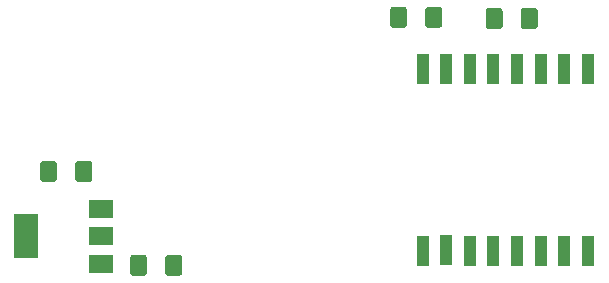
<source format=gbr>
G04 #@! TF.GenerationSoftware,KiCad,Pcbnew,5.0.2-bee76a0~70~ubuntu18.10.1*
G04 #@! TF.CreationDate,2019-05-18T18:43:21+02:00*
G04 #@! TF.ProjectId,interruptor,696e7465-7272-4757-9074-6f722e6b6963,rev?*
G04 #@! TF.SameCoordinates,Original*
G04 #@! TF.FileFunction,Paste,Top*
G04 #@! TF.FilePolarity,Positive*
%FSLAX46Y46*%
G04 Gerber Fmt 4.6, Leading zero omitted, Abs format (unit mm)*
G04 Created by KiCad (PCBNEW 5.0.2-bee76a0~70~ubuntu18.10.1) date sáb 18 may 2019 18:43:21 CEST*
%MOMM*%
%LPD*%
G01*
G04 APERTURE LIST*
%ADD10R,2.000000X3.800000*%
%ADD11R,2.000000X1.500000*%
%ADD12C,0.100000*%
%ADD13C,1.425000*%
%ADD14R,1.100000X2.500000*%
G04 APERTURE END LIST*
D10*
G04 #@! TO.C,U2*
X86800000Y-113700000D03*
D11*
X93100000Y-113700000D03*
X93100000Y-111400000D03*
X93100000Y-116000000D03*
G04 #@! TD*
D12*
G04 #@! TO.C,C1*
G36*
X89169504Y-107330204D02*
X89193773Y-107333804D01*
X89217571Y-107339765D01*
X89240671Y-107348030D01*
X89262849Y-107358520D01*
X89283893Y-107371133D01*
X89303598Y-107385747D01*
X89321777Y-107402223D01*
X89338253Y-107420402D01*
X89352867Y-107440107D01*
X89365480Y-107461151D01*
X89375970Y-107483329D01*
X89384235Y-107506429D01*
X89390196Y-107530227D01*
X89393796Y-107554496D01*
X89395000Y-107579000D01*
X89395000Y-108829000D01*
X89393796Y-108853504D01*
X89390196Y-108877773D01*
X89384235Y-108901571D01*
X89375970Y-108924671D01*
X89365480Y-108946849D01*
X89352867Y-108967893D01*
X89338253Y-108987598D01*
X89321777Y-109005777D01*
X89303598Y-109022253D01*
X89283893Y-109036867D01*
X89262849Y-109049480D01*
X89240671Y-109059970D01*
X89217571Y-109068235D01*
X89193773Y-109074196D01*
X89169504Y-109077796D01*
X89145000Y-109079000D01*
X88220000Y-109079000D01*
X88195496Y-109077796D01*
X88171227Y-109074196D01*
X88147429Y-109068235D01*
X88124329Y-109059970D01*
X88102151Y-109049480D01*
X88081107Y-109036867D01*
X88061402Y-109022253D01*
X88043223Y-109005777D01*
X88026747Y-108987598D01*
X88012133Y-108967893D01*
X87999520Y-108946849D01*
X87989030Y-108924671D01*
X87980765Y-108901571D01*
X87974804Y-108877773D01*
X87971204Y-108853504D01*
X87970000Y-108829000D01*
X87970000Y-107579000D01*
X87971204Y-107554496D01*
X87974804Y-107530227D01*
X87980765Y-107506429D01*
X87989030Y-107483329D01*
X87999520Y-107461151D01*
X88012133Y-107440107D01*
X88026747Y-107420402D01*
X88043223Y-107402223D01*
X88061402Y-107385747D01*
X88081107Y-107371133D01*
X88102151Y-107358520D01*
X88124329Y-107348030D01*
X88147429Y-107339765D01*
X88171227Y-107333804D01*
X88195496Y-107330204D01*
X88220000Y-107329000D01*
X89145000Y-107329000D01*
X89169504Y-107330204D01*
X89169504Y-107330204D01*
G37*
D13*
X88682500Y-108204000D03*
D12*
G36*
X92144504Y-107330204D02*
X92168773Y-107333804D01*
X92192571Y-107339765D01*
X92215671Y-107348030D01*
X92237849Y-107358520D01*
X92258893Y-107371133D01*
X92278598Y-107385747D01*
X92296777Y-107402223D01*
X92313253Y-107420402D01*
X92327867Y-107440107D01*
X92340480Y-107461151D01*
X92350970Y-107483329D01*
X92359235Y-107506429D01*
X92365196Y-107530227D01*
X92368796Y-107554496D01*
X92370000Y-107579000D01*
X92370000Y-108829000D01*
X92368796Y-108853504D01*
X92365196Y-108877773D01*
X92359235Y-108901571D01*
X92350970Y-108924671D01*
X92340480Y-108946849D01*
X92327867Y-108967893D01*
X92313253Y-108987598D01*
X92296777Y-109005777D01*
X92278598Y-109022253D01*
X92258893Y-109036867D01*
X92237849Y-109049480D01*
X92215671Y-109059970D01*
X92192571Y-109068235D01*
X92168773Y-109074196D01*
X92144504Y-109077796D01*
X92120000Y-109079000D01*
X91195000Y-109079000D01*
X91170496Y-109077796D01*
X91146227Y-109074196D01*
X91122429Y-109068235D01*
X91099329Y-109059970D01*
X91077151Y-109049480D01*
X91056107Y-109036867D01*
X91036402Y-109022253D01*
X91018223Y-109005777D01*
X91001747Y-108987598D01*
X90987133Y-108967893D01*
X90974520Y-108946849D01*
X90964030Y-108924671D01*
X90955765Y-108901571D01*
X90949804Y-108877773D01*
X90946204Y-108853504D01*
X90945000Y-108829000D01*
X90945000Y-107579000D01*
X90946204Y-107554496D01*
X90949804Y-107530227D01*
X90955765Y-107506429D01*
X90964030Y-107483329D01*
X90974520Y-107461151D01*
X90987133Y-107440107D01*
X91001747Y-107420402D01*
X91018223Y-107402223D01*
X91036402Y-107385747D01*
X91056107Y-107371133D01*
X91077151Y-107358520D01*
X91099329Y-107348030D01*
X91122429Y-107339765D01*
X91146227Y-107333804D01*
X91170496Y-107330204D01*
X91195000Y-107329000D01*
X92120000Y-107329000D01*
X92144504Y-107330204D01*
X92144504Y-107330204D01*
G37*
D13*
X91657500Y-108204000D03*
G04 #@! TD*
D12*
G04 #@! TO.C,C2*
G36*
X96787004Y-115276204D02*
X96811273Y-115279804D01*
X96835071Y-115285765D01*
X96858171Y-115294030D01*
X96880349Y-115304520D01*
X96901393Y-115317133D01*
X96921098Y-115331747D01*
X96939277Y-115348223D01*
X96955753Y-115366402D01*
X96970367Y-115386107D01*
X96982980Y-115407151D01*
X96993470Y-115429329D01*
X97001735Y-115452429D01*
X97007696Y-115476227D01*
X97011296Y-115500496D01*
X97012500Y-115525000D01*
X97012500Y-116775000D01*
X97011296Y-116799504D01*
X97007696Y-116823773D01*
X97001735Y-116847571D01*
X96993470Y-116870671D01*
X96982980Y-116892849D01*
X96970367Y-116913893D01*
X96955753Y-116933598D01*
X96939277Y-116951777D01*
X96921098Y-116968253D01*
X96901393Y-116982867D01*
X96880349Y-116995480D01*
X96858171Y-117005970D01*
X96835071Y-117014235D01*
X96811273Y-117020196D01*
X96787004Y-117023796D01*
X96762500Y-117025000D01*
X95837500Y-117025000D01*
X95812996Y-117023796D01*
X95788727Y-117020196D01*
X95764929Y-117014235D01*
X95741829Y-117005970D01*
X95719651Y-116995480D01*
X95698607Y-116982867D01*
X95678902Y-116968253D01*
X95660723Y-116951777D01*
X95644247Y-116933598D01*
X95629633Y-116913893D01*
X95617020Y-116892849D01*
X95606530Y-116870671D01*
X95598265Y-116847571D01*
X95592304Y-116823773D01*
X95588704Y-116799504D01*
X95587500Y-116775000D01*
X95587500Y-115525000D01*
X95588704Y-115500496D01*
X95592304Y-115476227D01*
X95598265Y-115452429D01*
X95606530Y-115429329D01*
X95617020Y-115407151D01*
X95629633Y-115386107D01*
X95644247Y-115366402D01*
X95660723Y-115348223D01*
X95678902Y-115331747D01*
X95698607Y-115317133D01*
X95719651Y-115304520D01*
X95741829Y-115294030D01*
X95764929Y-115285765D01*
X95788727Y-115279804D01*
X95812996Y-115276204D01*
X95837500Y-115275000D01*
X96762500Y-115275000D01*
X96787004Y-115276204D01*
X96787004Y-115276204D01*
G37*
D13*
X96300000Y-116150000D03*
D12*
G36*
X99762004Y-115276204D02*
X99786273Y-115279804D01*
X99810071Y-115285765D01*
X99833171Y-115294030D01*
X99855349Y-115304520D01*
X99876393Y-115317133D01*
X99896098Y-115331747D01*
X99914277Y-115348223D01*
X99930753Y-115366402D01*
X99945367Y-115386107D01*
X99957980Y-115407151D01*
X99968470Y-115429329D01*
X99976735Y-115452429D01*
X99982696Y-115476227D01*
X99986296Y-115500496D01*
X99987500Y-115525000D01*
X99987500Y-116775000D01*
X99986296Y-116799504D01*
X99982696Y-116823773D01*
X99976735Y-116847571D01*
X99968470Y-116870671D01*
X99957980Y-116892849D01*
X99945367Y-116913893D01*
X99930753Y-116933598D01*
X99914277Y-116951777D01*
X99896098Y-116968253D01*
X99876393Y-116982867D01*
X99855349Y-116995480D01*
X99833171Y-117005970D01*
X99810071Y-117014235D01*
X99786273Y-117020196D01*
X99762004Y-117023796D01*
X99737500Y-117025000D01*
X98812500Y-117025000D01*
X98787996Y-117023796D01*
X98763727Y-117020196D01*
X98739929Y-117014235D01*
X98716829Y-117005970D01*
X98694651Y-116995480D01*
X98673607Y-116982867D01*
X98653902Y-116968253D01*
X98635723Y-116951777D01*
X98619247Y-116933598D01*
X98604633Y-116913893D01*
X98592020Y-116892849D01*
X98581530Y-116870671D01*
X98573265Y-116847571D01*
X98567304Y-116823773D01*
X98563704Y-116799504D01*
X98562500Y-116775000D01*
X98562500Y-115525000D01*
X98563704Y-115500496D01*
X98567304Y-115476227D01*
X98573265Y-115452429D01*
X98581530Y-115429329D01*
X98592020Y-115407151D01*
X98604633Y-115386107D01*
X98619247Y-115366402D01*
X98635723Y-115348223D01*
X98653902Y-115331747D01*
X98673607Y-115317133D01*
X98694651Y-115304520D01*
X98716829Y-115294030D01*
X98739929Y-115285765D01*
X98763727Y-115279804D01*
X98787996Y-115276204D01*
X98812500Y-115275000D01*
X99737500Y-115275000D01*
X99762004Y-115276204D01*
X99762004Y-115276204D01*
G37*
D13*
X99275000Y-116150000D03*
G04 #@! TD*
D14*
G04 #@! TO.C,U3*
X134350000Y-99550000D03*
X132350000Y-99550000D03*
X130350000Y-99550000D03*
X128350000Y-99550000D03*
X126350000Y-99550000D03*
X124350000Y-99550000D03*
X122350000Y-99550000D03*
X120350000Y-99550000D03*
X120350000Y-114950000D03*
X122350000Y-114850000D03*
X124350000Y-114950000D03*
X126350000Y-114950000D03*
X128350000Y-114950000D03*
X130350000Y-114950000D03*
X132350000Y-114950000D03*
X134350000Y-114950000D03*
G04 #@! TD*
D12*
G04 #@! TO.C,R4*
G36*
X118799504Y-94276204D02*
X118823773Y-94279804D01*
X118847571Y-94285765D01*
X118870671Y-94294030D01*
X118892849Y-94304520D01*
X118913893Y-94317133D01*
X118933598Y-94331747D01*
X118951777Y-94348223D01*
X118968253Y-94366402D01*
X118982867Y-94386107D01*
X118995480Y-94407151D01*
X119005970Y-94429329D01*
X119014235Y-94452429D01*
X119020196Y-94476227D01*
X119023796Y-94500496D01*
X119025000Y-94525000D01*
X119025000Y-95775000D01*
X119023796Y-95799504D01*
X119020196Y-95823773D01*
X119014235Y-95847571D01*
X119005970Y-95870671D01*
X118995480Y-95892849D01*
X118982867Y-95913893D01*
X118968253Y-95933598D01*
X118951777Y-95951777D01*
X118933598Y-95968253D01*
X118913893Y-95982867D01*
X118892849Y-95995480D01*
X118870671Y-96005970D01*
X118847571Y-96014235D01*
X118823773Y-96020196D01*
X118799504Y-96023796D01*
X118775000Y-96025000D01*
X117850000Y-96025000D01*
X117825496Y-96023796D01*
X117801227Y-96020196D01*
X117777429Y-96014235D01*
X117754329Y-96005970D01*
X117732151Y-95995480D01*
X117711107Y-95982867D01*
X117691402Y-95968253D01*
X117673223Y-95951777D01*
X117656747Y-95933598D01*
X117642133Y-95913893D01*
X117629520Y-95892849D01*
X117619030Y-95870671D01*
X117610765Y-95847571D01*
X117604804Y-95823773D01*
X117601204Y-95799504D01*
X117600000Y-95775000D01*
X117600000Y-94525000D01*
X117601204Y-94500496D01*
X117604804Y-94476227D01*
X117610765Y-94452429D01*
X117619030Y-94429329D01*
X117629520Y-94407151D01*
X117642133Y-94386107D01*
X117656747Y-94366402D01*
X117673223Y-94348223D01*
X117691402Y-94331747D01*
X117711107Y-94317133D01*
X117732151Y-94304520D01*
X117754329Y-94294030D01*
X117777429Y-94285765D01*
X117801227Y-94279804D01*
X117825496Y-94276204D01*
X117850000Y-94275000D01*
X118775000Y-94275000D01*
X118799504Y-94276204D01*
X118799504Y-94276204D01*
G37*
D13*
X118312500Y-95150000D03*
D12*
G36*
X121774504Y-94276204D02*
X121798773Y-94279804D01*
X121822571Y-94285765D01*
X121845671Y-94294030D01*
X121867849Y-94304520D01*
X121888893Y-94317133D01*
X121908598Y-94331747D01*
X121926777Y-94348223D01*
X121943253Y-94366402D01*
X121957867Y-94386107D01*
X121970480Y-94407151D01*
X121980970Y-94429329D01*
X121989235Y-94452429D01*
X121995196Y-94476227D01*
X121998796Y-94500496D01*
X122000000Y-94525000D01*
X122000000Y-95775000D01*
X121998796Y-95799504D01*
X121995196Y-95823773D01*
X121989235Y-95847571D01*
X121980970Y-95870671D01*
X121970480Y-95892849D01*
X121957867Y-95913893D01*
X121943253Y-95933598D01*
X121926777Y-95951777D01*
X121908598Y-95968253D01*
X121888893Y-95982867D01*
X121867849Y-95995480D01*
X121845671Y-96005970D01*
X121822571Y-96014235D01*
X121798773Y-96020196D01*
X121774504Y-96023796D01*
X121750000Y-96025000D01*
X120825000Y-96025000D01*
X120800496Y-96023796D01*
X120776227Y-96020196D01*
X120752429Y-96014235D01*
X120729329Y-96005970D01*
X120707151Y-95995480D01*
X120686107Y-95982867D01*
X120666402Y-95968253D01*
X120648223Y-95951777D01*
X120631747Y-95933598D01*
X120617133Y-95913893D01*
X120604520Y-95892849D01*
X120594030Y-95870671D01*
X120585765Y-95847571D01*
X120579804Y-95823773D01*
X120576204Y-95799504D01*
X120575000Y-95775000D01*
X120575000Y-94525000D01*
X120576204Y-94500496D01*
X120579804Y-94476227D01*
X120585765Y-94452429D01*
X120594030Y-94429329D01*
X120604520Y-94407151D01*
X120617133Y-94386107D01*
X120631747Y-94366402D01*
X120648223Y-94348223D01*
X120666402Y-94331747D01*
X120686107Y-94317133D01*
X120707151Y-94304520D01*
X120729329Y-94294030D01*
X120752429Y-94285765D01*
X120776227Y-94279804D01*
X120800496Y-94276204D01*
X120825000Y-94275000D01*
X121750000Y-94275000D01*
X121774504Y-94276204D01*
X121774504Y-94276204D01*
G37*
D13*
X121287500Y-95150000D03*
G04 #@! TD*
D12*
G04 #@! TO.C,R5*
G36*
X126899504Y-94376204D02*
X126923773Y-94379804D01*
X126947571Y-94385765D01*
X126970671Y-94394030D01*
X126992849Y-94404520D01*
X127013893Y-94417133D01*
X127033598Y-94431747D01*
X127051777Y-94448223D01*
X127068253Y-94466402D01*
X127082867Y-94486107D01*
X127095480Y-94507151D01*
X127105970Y-94529329D01*
X127114235Y-94552429D01*
X127120196Y-94576227D01*
X127123796Y-94600496D01*
X127125000Y-94625000D01*
X127125000Y-95875000D01*
X127123796Y-95899504D01*
X127120196Y-95923773D01*
X127114235Y-95947571D01*
X127105970Y-95970671D01*
X127095480Y-95992849D01*
X127082867Y-96013893D01*
X127068253Y-96033598D01*
X127051777Y-96051777D01*
X127033598Y-96068253D01*
X127013893Y-96082867D01*
X126992849Y-96095480D01*
X126970671Y-96105970D01*
X126947571Y-96114235D01*
X126923773Y-96120196D01*
X126899504Y-96123796D01*
X126875000Y-96125000D01*
X125950000Y-96125000D01*
X125925496Y-96123796D01*
X125901227Y-96120196D01*
X125877429Y-96114235D01*
X125854329Y-96105970D01*
X125832151Y-96095480D01*
X125811107Y-96082867D01*
X125791402Y-96068253D01*
X125773223Y-96051777D01*
X125756747Y-96033598D01*
X125742133Y-96013893D01*
X125729520Y-95992849D01*
X125719030Y-95970671D01*
X125710765Y-95947571D01*
X125704804Y-95923773D01*
X125701204Y-95899504D01*
X125700000Y-95875000D01*
X125700000Y-94625000D01*
X125701204Y-94600496D01*
X125704804Y-94576227D01*
X125710765Y-94552429D01*
X125719030Y-94529329D01*
X125729520Y-94507151D01*
X125742133Y-94486107D01*
X125756747Y-94466402D01*
X125773223Y-94448223D01*
X125791402Y-94431747D01*
X125811107Y-94417133D01*
X125832151Y-94404520D01*
X125854329Y-94394030D01*
X125877429Y-94385765D01*
X125901227Y-94379804D01*
X125925496Y-94376204D01*
X125950000Y-94375000D01*
X126875000Y-94375000D01*
X126899504Y-94376204D01*
X126899504Y-94376204D01*
G37*
D13*
X126412500Y-95250000D03*
D12*
G36*
X129874504Y-94376204D02*
X129898773Y-94379804D01*
X129922571Y-94385765D01*
X129945671Y-94394030D01*
X129967849Y-94404520D01*
X129988893Y-94417133D01*
X130008598Y-94431747D01*
X130026777Y-94448223D01*
X130043253Y-94466402D01*
X130057867Y-94486107D01*
X130070480Y-94507151D01*
X130080970Y-94529329D01*
X130089235Y-94552429D01*
X130095196Y-94576227D01*
X130098796Y-94600496D01*
X130100000Y-94625000D01*
X130100000Y-95875000D01*
X130098796Y-95899504D01*
X130095196Y-95923773D01*
X130089235Y-95947571D01*
X130080970Y-95970671D01*
X130070480Y-95992849D01*
X130057867Y-96013893D01*
X130043253Y-96033598D01*
X130026777Y-96051777D01*
X130008598Y-96068253D01*
X129988893Y-96082867D01*
X129967849Y-96095480D01*
X129945671Y-96105970D01*
X129922571Y-96114235D01*
X129898773Y-96120196D01*
X129874504Y-96123796D01*
X129850000Y-96125000D01*
X128925000Y-96125000D01*
X128900496Y-96123796D01*
X128876227Y-96120196D01*
X128852429Y-96114235D01*
X128829329Y-96105970D01*
X128807151Y-96095480D01*
X128786107Y-96082867D01*
X128766402Y-96068253D01*
X128748223Y-96051777D01*
X128731747Y-96033598D01*
X128717133Y-96013893D01*
X128704520Y-95992849D01*
X128694030Y-95970671D01*
X128685765Y-95947571D01*
X128679804Y-95923773D01*
X128676204Y-95899504D01*
X128675000Y-95875000D01*
X128675000Y-94625000D01*
X128676204Y-94600496D01*
X128679804Y-94576227D01*
X128685765Y-94552429D01*
X128694030Y-94529329D01*
X128704520Y-94507151D01*
X128717133Y-94486107D01*
X128731747Y-94466402D01*
X128748223Y-94448223D01*
X128766402Y-94431747D01*
X128786107Y-94417133D01*
X128807151Y-94404520D01*
X128829329Y-94394030D01*
X128852429Y-94385765D01*
X128876227Y-94379804D01*
X128900496Y-94376204D01*
X128925000Y-94375000D01*
X129850000Y-94375000D01*
X129874504Y-94376204D01*
X129874504Y-94376204D01*
G37*
D13*
X129387500Y-95250000D03*
G04 #@! TD*
M02*

</source>
